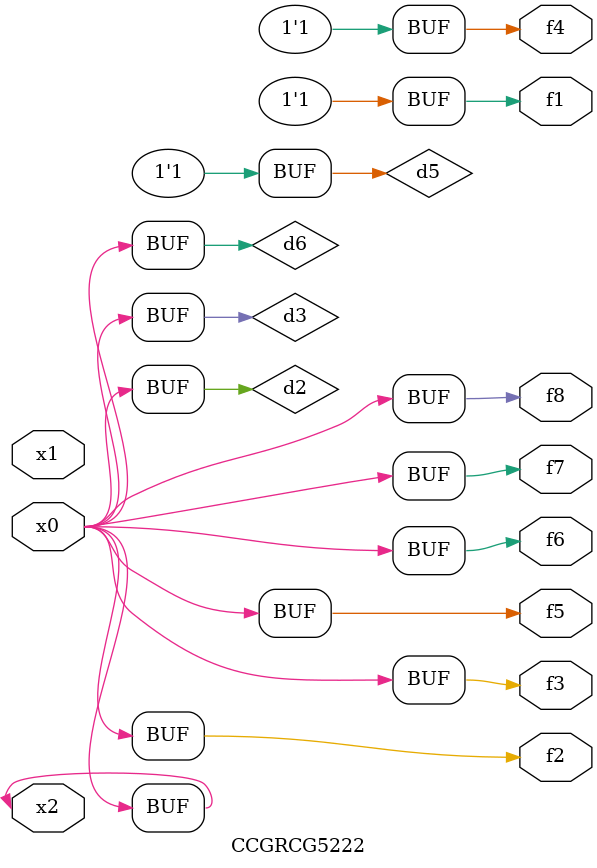
<source format=v>
module CCGRCG5222(
	input x0, x1, x2,
	output f1, f2, f3, f4, f5, f6, f7, f8
);

	wire d1, d2, d3, d4, d5, d6;

	xnor (d1, x2);
	buf (d2, x0, x2);
	and (d3, x0);
	xnor (d4, x1, x2);
	nand (d5, d1, d3);
	buf (d6, d2, d3);
	assign f1 = d5;
	assign f2 = d6;
	assign f3 = d6;
	assign f4 = d5;
	assign f5 = d6;
	assign f6 = d6;
	assign f7 = d6;
	assign f8 = d6;
endmodule

</source>
